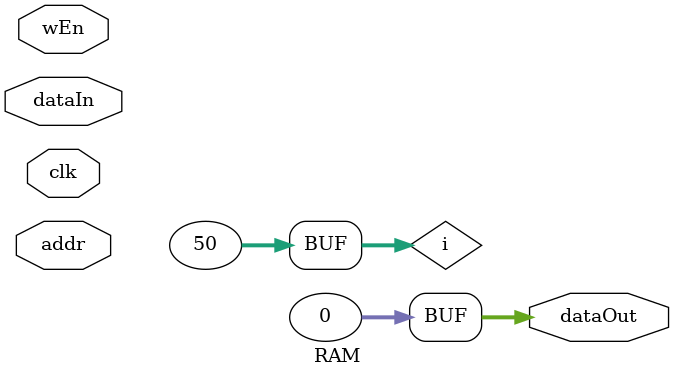
<source format=v>
`timescale 1ns / 1ps
module RAM #( parameter DATA_WIDTH = 32, ADDRESS_WIDTH = 12, DEPTH = 50) (
    input wire                     clk,
    input wire                     wEn,
    input wire [ADDRESS_WIDTH-1:0] addr,
    input wire [DATA_WIDTH-1:0]    dataIn,
    output reg [DATA_WIDTH-1:0]    dataOut = 0);
    
    reg[DATA_WIDTH-1:0] MemoryArray[0:DEPTH-1];
    
    integer i;
    initial begin
        for (i = 0; i < DEPTH; i = i + 1) begin
            MemoryArray[i] <= 0;
        end
        // if(MEMFILE > 0) begin
        //     $readmemh(MEMFILE, MemoryArray);
        // end
    end
    
endmodule

</source>
